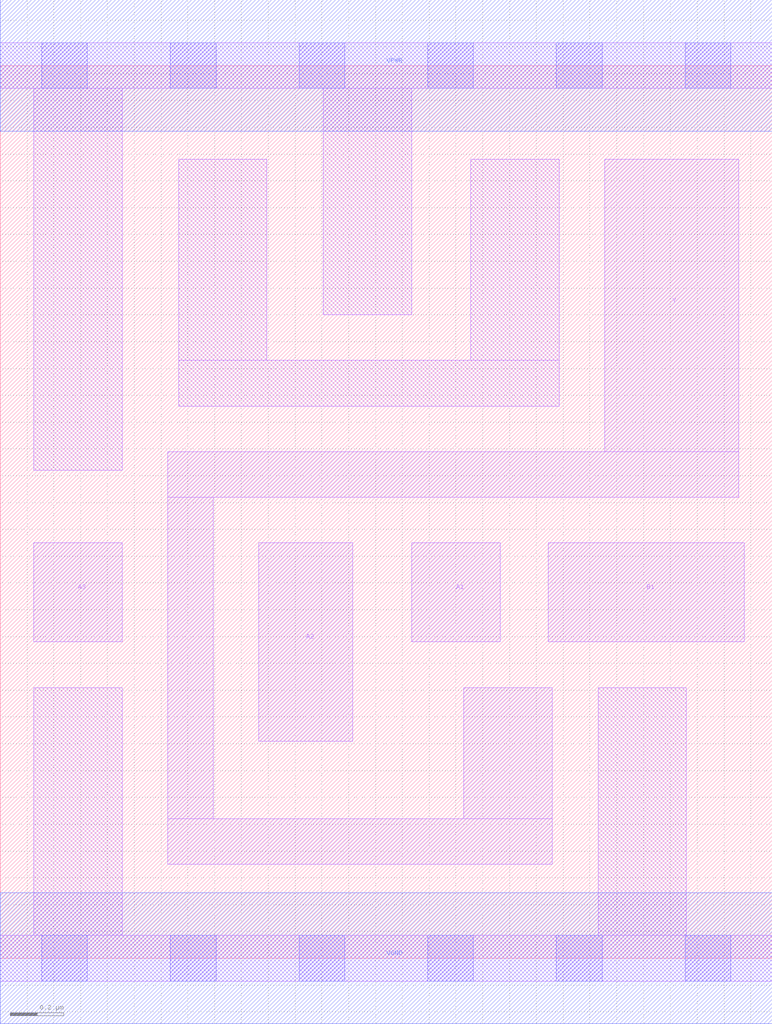
<source format=lef>
# Copyright 2020 The SkyWater PDK Authors
#
# Licensed under the Apache License, Version 2.0 (the "License");
# you may not use this file except in compliance with the License.
# You may obtain a copy of the License at
#
#     https://www.apache.org/licenses/LICENSE-2.0
#
# Unless required by applicable law or agreed to in writing, software
# distributed under the License is distributed on an "AS IS" BASIS,
# WITHOUT WARRANTIES OR CONDITIONS OF ANY KIND, either express or implied.
# See the License for the specific language governing permissions and
# limitations under the License.
#
# SPDX-License-Identifier: Apache-2.0

VERSION 5.5 ;
NAMESCASESENSITIVE ON ;
BUSBITCHARS "[]" ;
DIVIDERCHAR "/" ;
MACRO sky130_fd_sc_ls__a31oi_1
  CLASS CORE ;
  SOURCE USER ;
  ORIGIN  0.000000  0.000000 ;
  SIZE  2.880000 BY  3.330000 ;
  SYMMETRY X Y ;
  SITE unit ;
  PIN A1
    ANTENNAGATEAREA  0.279000 ;
    DIRECTION INPUT ;
    USE SIGNAL ;
    PORT
      LAYER li1 ;
        RECT 1.535000 1.180000 1.865000 1.550000 ;
    END
  END A1
  PIN A2
    ANTENNAGATEAREA  0.279000 ;
    DIRECTION INPUT ;
    USE SIGNAL ;
    PORT
      LAYER li1 ;
        RECT 0.965000 0.810000 1.315000 1.550000 ;
    END
  END A2
  PIN A3
    ANTENNAGATEAREA  0.279000 ;
    DIRECTION INPUT ;
    USE SIGNAL ;
    PORT
      LAYER li1 ;
        RECT 0.125000 1.180000 0.455000 1.550000 ;
    END
  END A3
  PIN B1
    ANTENNAGATEAREA  0.279000 ;
    DIRECTION INPUT ;
    USE SIGNAL ;
    PORT
      LAYER li1 ;
        RECT 2.045000 1.180000 2.775000 1.550000 ;
    END
  END B1
  PIN Y
    ANTENNADIFFAREA  0.641200 ;
    DIRECTION OUTPUT ;
    USE SIGNAL ;
    PORT
      LAYER li1 ;
        RECT 0.625000 0.350000 2.060000 0.520000 ;
        RECT 0.625000 0.520000 0.795000 1.720000 ;
        RECT 0.625000 1.720000 2.755000 1.890000 ;
        RECT 1.730000 0.520000 2.060000 1.010000 ;
        RECT 2.255000 1.890000 2.755000 2.980000 ;
    END
  END Y
  PIN VGND
    DIRECTION INOUT ;
    SHAPE ABUTMENT ;
    USE GROUND ;
    PORT
      LAYER met1 ;
        RECT 0.000000 -0.245000 2.880000 0.245000 ;
    END
  END VGND
  PIN VPWR
    DIRECTION INOUT ;
    SHAPE ABUTMENT ;
    USE POWER ;
    PORT
      LAYER met1 ;
        RECT 0.000000 3.085000 2.880000 3.575000 ;
    END
  END VPWR
  OBS
    LAYER li1 ;
      RECT 0.000000 -0.085000 2.880000 0.085000 ;
      RECT 0.000000  3.245000 2.880000 3.415000 ;
      RECT 0.125000  0.085000 0.455000 1.010000 ;
      RECT 0.125000  1.820000 0.455000 3.245000 ;
      RECT 0.665000  2.060000 2.085000 2.230000 ;
      RECT 0.665000  2.230000 0.995000 2.980000 ;
      RECT 1.205000  2.400000 1.535000 3.245000 ;
      RECT 1.755000  2.230000 2.085000 2.980000 ;
      RECT 2.230000  0.085000 2.560000 1.010000 ;
    LAYER mcon ;
      RECT 0.155000 -0.085000 0.325000 0.085000 ;
      RECT 0.155000  3.245000 0.325000 3.415000 ;
      RECT 0.635000 -0.085000 0.805000 0.085000 ;
      RECT 0.635000  3.245000 0.805000 3.415000 ;
      RECT 1.115000 -0.085000 1.285000 0.085000 ;
      RECT 1.115000  3.245000 1.285000 3.415000 ;
      RECT 1.595000 -0.085000 1.765000 0.085000 ;
      RECT 1.595000  3.245000 1.765000 3.415000 ;
      RECT 2.075000 -0.085000 2.245000 0.085000 ;
      RECT 2.075000  3.245000 2.245000 3.415000 ;
      RECT 2.555000 -0.085000 2.725000 0.085000 ;
      RECT 2.555000  3.245000 2.725000 3.415000 ;
  END
END sky130_fd_sc_ls__a31oi_1

</source>
